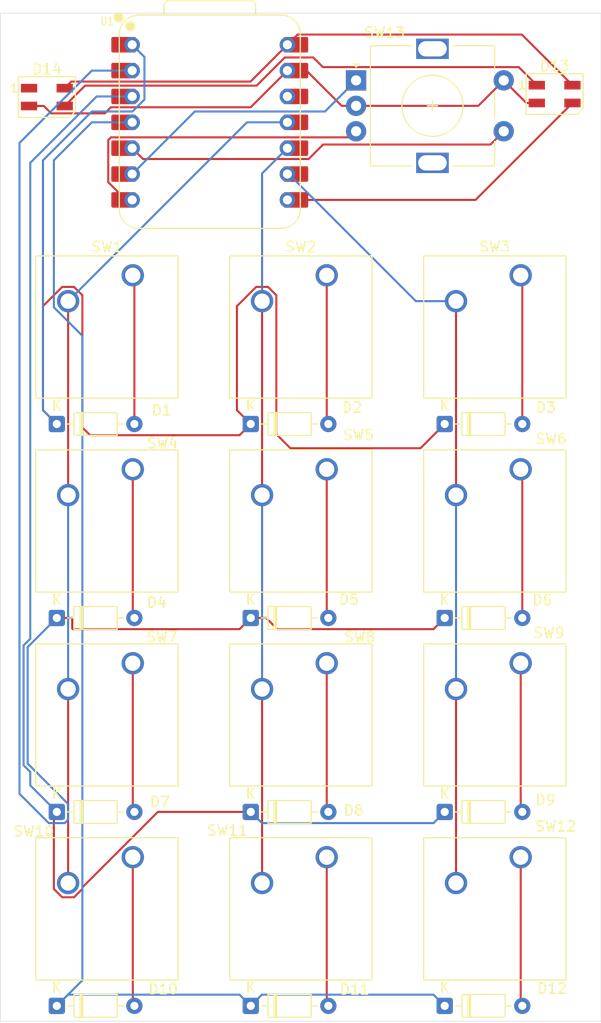
<source format=kicad_pcb>
(kicad_pcb (version 20241229) (generator "pcbnew") (generator_version "9.0")
  (layers (0 "F.Cu" signal) (2 "B.Cu" signal) (13 "F.Paste" user) (15 "B.Paste" user) (5 "F.SilkS" user "F.Silkscreen") (7 "B.SilkS" user "B.Silkscreen") (1 "F.Mask" user) (3 "B.Mask" user) (25 "Edge.Cuts" user))
  (net 0 "")
  (net 1 "Net-(D1-A)")
  (net 2 "ROW0")
  (net 3 "Net-(D2-A)")
  (net 4 "Net-(D3-A)")
  (net 5 "ROW1")
  (net 6 "Net-(D4-A)")
  (net 7 "Net-(D5-A)")
  (net 8 "Net-(D6-A)")
  (net 9 "ROW2")
  (net 10 "Net-(D7-A)")
  (net 11 "Net-(D8-A)")
  (net 12 "Net-(D9-A)")
  (net 13 "COL0")
  (net 14 "COL1")
  (net 15 "COL2")
  (net 16 "ROW3")
  (net 17 "Net-(D10-A)")
  (net 18 "Net-(D11-A)")
  (net 19 "Net-(D12-A)")
  (net 20 "Net-(D13-DOUT)")
  (net 21 "+5V")
  (net 22 "GND")
  (net 24 "LED")
  (net 26 "EC11C")
  (net 27 "EC11A")
  (net 28 "EC11B")
  (footprint "Diode_THT:D_DO-35_SOD27_P7.62mm_Horizontal" (layer "F.Cu") (at 212.455 134.35)
    (property "Reference" "D9" (at 9.895 -1.17 0) (layer "F.SilkS"))
    (property "Value" "1N4148")
    (fp_line (start 1.04 0) (end 1.69 0) (stroke (width 0.12)) (layer "F.SilkS"))
    (fp_line (start 2.29 -1.12) (end 2.29 1.12) (stroke (width 0.12)) (layer "F.SilkS"))
    (fp_line (start 2.41 -1.12) (end 2.41 1.12) (stroke (width 0.12)) (layer "F.SilkS"))
    (fp_line (start 2.53 -1.12) (end 2.53 1.12) (stroke (width 0.12)) (layer "F.SilkS"))
    (fp_line (start 6.58 0) (end 5.93 0) (stroke (width 0.12)) (layer "F.SilkS"))
    (fp_rect (start 1.69 -1.12) (end 5.93 1.12) (stroke (width 0.12)) (fill no) (layer "F.SilkS"))
    (fp_text user "K" (at 0 -1.8 0) (layer "F.SilkS"))
    (pad "1" thru_hole roundrect (at 0 0) (size 1.6 1.6) (drill 0.8) (layers "*.Cu" "*.Mask") (roundrect_rratio 0.15625) (net 9 "ROW2"))
    (pad "2" thru_hole circle (at 7.62 0) (size 1.6 1.6) (drill 0.8) (layers "*.Cu" "*.Mask") (net 12 "Net-(D9-A)"))
  )
  (footprint "Button_Switch_Keyboard:SW_Cherry_MX_1.00u_PCB" (layer "F.Cu") (at 181.81625 81.645)
    (property "Reference" "SW1" (at -2.54 -2.794 0) (layer "F.SilkS"))
    (property "Value" "SW_Push")
    (fp_line (start -9.525 -1.905) (end 4.445 -1.905) (stroke (width 0.12)) (layer "F.SilkS"))
    (fp_line (start -9.525 12.065) (end -9.525 -1.905) (stroke (width 0.12)) (layer "F.SilkS"))
    (fp_line (start 4.445 -1.905) (end 4.445 12.065) (stroke (width 0.12)) (layer "F.SilkS"))
    (fp_line (start 4.445 12.065) (end -9.525 12.065) (stroke (width 0.12)) (layer "F.SilkS"))
    (pad "" np_thru_hole circle (at -7.62 5.08) (size 1.7 1.7) (drill 1.7) (layers "*.Cu" "*.Mask"))
    (pad "" np_thru_hole circle (at -2.54 5.08) (size 4 4) (drill 4) (layers "*.Cu" "*.Mask"))
    (pad "" np_thru_hole circle (at 2.54 5.08) (size 1.7 1.7) (drill 1.7) (layers "*.Cu" "*.Mask"))
    (pad "1" thru_hole circle (at 0 0) (size 2.2 2.2) (drill 1.5) (layers "*.Cu" "*.Mask") (net 1 "Net-(D1-A)"))
    (pad "2" thru_hole circle (at -6.35 2.54) (size 2.2 2.2) (drill 1.5) (layers "*.Cu" "*.Mask") (net 13 "COL0"))
  )
  (footprint "Diode_THT:D_DO-35_SOD27_P7.62mm_Horizontal" (layer "F.Cu") (at 212.455 115.3)
    (property "Reference" "D6" (at 9.585 -1.75 0) (layer "F.SilkS"))
    (property "Value" "1N4148")
    (fp_line (start 1.04 0) (end 1.69 0) (stroke (width 0.12)) (layer "F.SilkS"))
    (fp_line (start 2.29 -1.12) (end 2.29 1.12) (stroke (width 0.12)) (layer "F.SilkS"))
    (fp_line (start 2.41 -1.12) (end 2.41 1.12) (stroke (width 0.12)) (layer "F.SilkS"))
    (fp_line (start 2.53 -1.12) (end 2.53 1.12) (stroke (width 0.12)) (layer "F.SilkS"))
    (fp_line (start 6.58 0) (end 5.93 0) (stroke (width 0.12)) (layer "F.SilkS"))
    (fp_rect (start 1.69 -1.12) (end 5.93 1.12) (stroke (width 0.12)) (fill no) (layer "F.SilkS"))
    (fp_text user "K" (at 0 -1.8 0) (layer "F.SilkS"))
    (pad "1" thru_hole roundrect (at 0 0) (size 1.6 1.6) (drill 0.8) (layers "*.Cu" "*.Mask") (roundrect_rratio 0.15625) (net 5 "ROW1"))
    (pad "2" thru_hole circle (at 7.62 0) (size 1.6 1.6) (drill 0.8) (layers "*.Cu" "*.Mask") (net 8 "Net-(D6-A)"))
  )
  (footprint "Diode_THT:D_DO-35_SOD27_P7.62mm_Horizontal" (layer "F.Cu") (at 174.355 153.4)
    (property "Reference" "D10" (at 10.445 -1.65 0) (layer "F.SilkS"))
    (property "Value" "1N4148")
    (fp_line (start 1.04 0) (end 1.69 0) (stroke (width 0.12)) (layer "F.SilkS"))
    (fp_line (start 2.29 -1.12) (end 2.29 1.12) (stroke (width 0.12)) (layer "F.SilkS"))
    (fp_line (start 2.41 -1.12) (end 2.41 1.12) (stroke (width 0.12)) (layer "F.SilkS"))
    (fp_line (start 2.53 -1.12) (end 2.53 1.12) (stroke (width 0.12)) (layer "F.SilkS"))
    (fp_line (start 6.58 0) (end 5.93 0) (stroke (width 0.12)) (layer "F.SilkS"))
    (fp_rect (start 1.69 -1.12) (end 5.93 1.12) (stroke (width 0.12)) (fill no) (layer "F.SilkS"))
    (fp_text user "K" (at 0 -1.8 0) (layer "F.SilkS"))
    (pad "1" thru_hole roundrect (at 0 0) (size 1.6 1.6) (drill 0.8) (layers "*.Cu" "*.Mask") (roundrect_rratio 0.15625) (net 16 "ROW3"))
    (pad "2" thru_hole circle (at 7.62 0) (size 1.6 1.6) (drill 0.8) (layers "*.Cu" "*.Mask") (net 17 "Net-(D10-A)"))
  )
  (footprint "Diode_THT:D_DO-35_SOD27_P7.62mm_Horizontal" (layer "F.Cu") (at 212.455 96.25)
    (property "Reference" "D3" (at 9.945 -1.61 0) (layer "F.SilkS"))
    (property "Value" "1N4148")
    (fp_line (start 1.04 0) (end 1.69 0) (stroke (width 0.12)) (layer "F.SilkS"))
    (fp_line (start 2.29 -1.12) (end 2.29 1.12) (stroke (width 0.12)) (layer "F.SilkS"))
    (fp_line (start 2.41 -1.12) (end 2.41 1.12) (stroke (width 0.12)) (layer "F.SilkS"))
    (fp_line (start 2.53 -1.12) (end 2.53 1.12) (stroke (width 0.12)) (layer "F.SilkS"))
    (fp_line (start 6.58 0) (end 5.93 0) (stroke (width 0.12)) (layer "F.SilkS"))
    (fp_rect (start 1.69 -1.12) (end 5.93 1.12) (stroke (width 0.12)) (fill no) (layer "F.SilkS"))
    (fp_text user "K" (at 0 -1.8 0) (layer "F.SilkS"))
    (pad "1" thru_hole roundrect (at 0 0) (size 1.6 1.6) (drill 0.8) (layers "*.Cu" "*.Mask") (roundrect_rratio 0.15625) (net 2 "ROW0"))
    (pad "2" thru_hole circle (at 7.62 0) (size 1.6 1.6) (drill 0.8) (layers "*.Cu" "*.Mask") (net 4 "Net-(D3-A)"))
  )
  (footprint "Diode_THT:D_DO-35_SOD27_P7.62mm_Horizontal" (layer "F.Cu") (at 174.355 96.25)
    (property "Reference" "D1" (at 10.295 -1.35 0) (layer "F.SilkS"))
    (property "Value" "1N4148")
    (fp_line (start 1.04 0) (end 1.69 0) (stroke (width 0.12)) (layer "F.SilkS"))
    (fp_line (start 2.29 -1.12) (end 2.29 1.12) (stroke (width 0.12)) (layer "F.SilkS"))
    (fp_line (start 2.41 -1.12) (end 2.41 1.12) (stroke (width 0.12)) (layer "F.SilkS"))
    (fp_line (start 2.53 -1.12) (end 2.53 1.12) (stroke (width 0.12)) (layer "F.SilkS"))
    (fp_line (start 6.58 0) (end 5.93 0) (stroke (width 0.12)) (layer "F.SilkS"))
    (fp_rect (start 1.69 -1.12) (end 5.93 1.12) (stroke (width 0.12)) (fill no) (layer "F.SilkS"))
    (fp_text user "K" (at 0 -1.8 0) (layer "F.SilkS"))
    (pad "1" thru_hole roundrect (at 0 0) (size 1.6 1.6) (drill 0.8) (layers "*.Cu" "*.Mask") (roundrect_rratio 0.15625) (net 2 "ROW0"))
    (pad "2" thru_hole circle (at 7.62 0) (size 1.6 1.6) (drill 0.8) (layers "*.Cu" "*.Mask") (net 1 "Net-(D1-A)"))
  )
  (footprint "Button_Switch_Keyboard:SW_Cherry_MX_1.00u_PCB" (layer "F.Cu") (at 181.81625 100.695)
    (property "Reference" "SW4" (at 2.92375 -2.555 0) (layer "F.SilkS"))
    (property "Value" "SW_Push")
    (fp_line (start -9.525 -1.905) (end 4.445 -1.905) (stroke (width 0.12)) (layer "F.SilkS"))
    (fp_line (start -9.525 12.065) (end -9.525 -1.905) (stroke (width 0.12)) (layer "F.SilkS"))
    (fp_line (start 4.445 -1.905) (end 4.445 12.065) (stroke (width 0.12)) (layer "F.SilkS"))
    (fp_line (start 4.445 12.065) (end -9.525 12.065) (stroke (width 0.12)) (layer "F.SilkS"))
    (pad "" np_thru_hole circle (at -7.62 5.08) (size 1.7 1.7) (drill 1.7) (layers "*.Cu" "*.Mask"))
    (pad "" np_thru_hole circle (at -2.54 5.08) (size 4 4) (drill 4) (layers "*.Cu" "*.Mask"))
    (pad "" np_thru_hole circle (at 2.54 5.08) (size 1.7 1.7) (drill 1.7) (layers "*.Cu" "*.Mask"))
    (pad "1" thru_hole circle (at 0 0) (size 2.2 2.2) (drill 1.5) (layers "*.Cu" "*.Mask") (net 6 "Net-(D4-A)"))
    (pad "2" thru_hole circle (at -6.35 2.54) (size 2.2 2.2) (drill 1.5) (layers "*.Cu" "*.Mask") (net 13 "COL0"))
  )
  (footprint "Button_Switch_Keyboard:SW_Cherry_MX_1.00u_PCB" (layer "F.Cu") (at 219.91625 81.645)
    (property "Reference" "SW3" (at -2.54 -2.794 0) (layer "F.SilkS"))
    (property "Value" "SW_Push")
    (fp_line (start -9.525 -1.905) (end 4.445 -1.905) (stroke (width 0.12)) (layer "F.SilkS"))
    (fp_line (start -9.525 12.065) (end -9.525 -1.905) (stroke (width 0.12)) (layer "F.SilkS"))
    (fp_line (start 4.445 -1.905) (end 4.445 12.065) (stroke (width 0.12)) (layer "F.SilkS"))
    (fp_line (start 4.445 12.065) (end -9.525 12.065) (stroke (width 0.12)) (layer "F.SilkS"))
    (pad "" np_thru_hole circle (at -7.62 5.08) (size 1.7 1.7) (drill 1.7) (layers "*.Cu" "*.Mask"))
    (pad "" np_thru_hole circle (at -2.54 5.08) (size 4 4) (drill 4) (layers "*.Cu" "*.Mask"))
    (pad "" np_thru_hole circle (at 2.54 5.08) (size 1.7 1.7) (drill 1.7) (layers "*.Cu" "*.Mask"))
    (pad "1" thru_hole circle (at 0 0) (size 2.2 2.2) (drill 1.5) (layers "*.Cu" "*.Mask") (net 4 "Net-(D3-A)"))
    (pad "2" thru_hole circle (at -6.35 2.54) (size 2.2 2.2) (drill 1.5) (layers "*.Cu" "*.Mask") (net 15 "COL2"))
  )
  (footprint "Diode_THT:D_DO-35_SOD27_P7.62mm_Horizontal" (layer "F.Cu") (at 174.355 115.3)
    (property "Reference" "D4" (at 9.815 -1.51 0) (layer "F.SilkS"))
    (property "Value" "1N4148")
    (fp_line (start 1.04 0) (end 1.69 0) (stroke (width 0.12)) (layer "F.SilkS"))
    (fp_line (start 2.29 -1.12) (end 2.29 1.12) (stroke (width 0.12)) (layer "F.SilkS"))
    (fp_line (start 2.41 -1.12) (end 2.41 1.12) (stroke (width 0.12)) (layer "F.SilkS"))
    (fp_line (start 2.53 -1.12) (end 2.53 1.12) (stroke (width 0.12)) (layer "F.SilkS"))
    (fp_line (start 6.58 0) (end 5.93 0) (stroke (width 0.12)) (layer "F.SilkS"))
    (fp_rect (start 1.69 -1.12) (end 5.93 1.12) (stroke (width 0.12)) (fill no) (layer "F.SilkS"))
    (fp_text user "K" (at 0 -1.8 0) (layer "F.SilkS"))
    (pad "1" thru_hole roundrect (at 0 0) (size 1.6 1.6) (drill 0.8) (layers "*.Cu" "*.Mask") (roundrect_rratio 0.15625) (net 5 "ROW1"))
    (pad "2" thru_hole circle (at 7.62 0) (size 1.6 1.6) (drill 0.8) (layers "*.Cu" "*.Mask") (net 6 "Net-(D4-A)"))
  )
  (footprint "Diode_THT:D_DO-35_SOD27_P7.62mm_Horizontal" (layer "F.Cu") (at 193.405 153.4)
    (property "Reference" "D11" (at 10.205 -1.62 0) (layer "F.SilkS"))
    (property "Value" "1N4148")
    (fp_line (start 1.04 0) (end 1.69 0) (stroke (width 0.12)) (layer "F.SilkS"))
    (fp_line (start 2.29 -1.12) (end 2.29 1.12) (stroke (width 0.12)) (layer "F.SilkS"))
    (fp_line (start 2.41 -1.12) (end 2.41 1.12) (stroke (width 0.12)) (layer "F.SilkS"))
    (fp_line (start 2.53 -1.12) (end 2.53 1.12) (stroke (width 0.12)) (layer "F.SilkS"))
    (fp_line (start 6.58 0) (end 5.93 0) (stroke (width 0.12)) (layer "F.SilkS"))
    (fp_rect (start 1.69 -1.12) (end 5.93 1.12) (stroke (width 0.12)) (fill no) (layer "F.SilkS"))
    (fp_text user "K" (at 0 -1.8 0) (layer "F.SilkS"))
    (pad "1" thru_hole roundrect (at 0 0) (size 1.6 1.6) (drill 0.8) (layers "*.Cu" "*.Mask") (roundrect_rratio 0.15625) (net 16 "ROW3"))
    (pad "2" thru_hole circle (at 7.62 0) (size 1.6 1.6) (drill 0.8) (layers "*.Cu" "*.Mask") (net 18 "Net-(D11-A)"))
  )
  (footprint "Button_Switch_Keyboard:SW_Cherry_MX_1.00u_PCB" (layer "F.Cu") (at 200.86625 100.695)
    (property "Reference" "SW5" (at 3.13375 -3.365 0) (layer "F.SilkS"))
    (property "Value" "SW_Push")
    (fp_line (start -9.525 -1.905) (end 4.445 -1.905) (stroke (width 0.12)) (layer "F.SilkS"))
    (fp_line (start -9.525 12.065) (end -9.525 -1.905) (stroke (width 0.12)) (layer "F.SilkS"))
    (fp_line (start 4.445 -1.905) (end 4.445 12.065) (stroke (width 0.12)) (layer "F.SilkS"))
    (fp_line (start 4.445 12.065) (end -9.525 12.065) (stroke (width 0.12)) (layer "F.SilkS"))
    (pad "" np_thru_hole circle (at -7.62 5.08) (size 1.7 1.7) (drill 1.7) (layers "*.Cu" "*.Mask"))
    (pad "" np_thru_hole circle (at -2.54 5.08) (size 4 4) (drill 4) (layers "*.Cu" "*.Mask"))
    (pad "" np_thru_hole circle (at 2.54 5.08) (size 1.7 1.7) (drill 1.7) (layers "*.Cu" "*.Mask"))
    (pad "1" thru_hole circle (at 0 0) (size 2.2 2.2) (drill 1.5) (layers "*.Cu" "*.Mask") (net 7 "Net-(D5-A)"))
    (pad "2" thru_hole circle (at -6.35 2.54) (size 2.2 2.2) (drill 1.5) (layers "*.Cu" "*.Mask") (net 14 "COL1"))
  )
  (footprint "Button_Switch_Keyboard:SW_Cherry_MX_1.00u_PCB" (layer "F.Cu") (at 200.86625 138.795)
    (property "Reference" "SW11" (at -9.75625 -2.615 0) (layer "F.SilkS"))
    (property "Value" "SW_Push")
    (fp_line (start -9.525 -1.905) (end 4.445 -1.905) (stroke (width 0.12)) (layer "F.SilkS"))
    (fp_line (start -9.525 12.065) (end -9.525 -1.905) (stroke (width 0.12)) (layer "F.SilkS"))
    (fp_line (start 4.445 -1.905) (end 4.445 12.065) (stroke (width 0.12)) (layer "F.SilkS"))
    (fp_line (start 4.445 12.065) (end -9.525 12.065) (stroke (width 0.12)) (layer "F.SilkS"))
    (pad "" np_thru_hole circle (at -7.62 5.08) (size 1.7 1.7) (drill 1.7) (layers "*.Cu" "*.Mask"))
    (pad "" np_thru_hole circle (at -2.54 5.08) (size 4 4) (drill 4) (layers "*.Cu" "*.Mask"))
    (pad "" np_thru_hole circle (at 2.54 5.08) (size 1.7 1.7) (drill 1.7) (layers "*.Cu" "*.Mask"))
    (pad "1" thru_hole circle (at 0 0) (size 2.2 2.2) (drill 1.5) (layers "*.Cu" "*.Mask") (net 18 "Net-(D11-A)"))
    (pad "2" thru_hole circle (at -6.35 2.54) (size 2.2 2.2) (drill 1.5) (layers "*.Cu" "*.Mask") (net 14 "COL1"))
  )
  (footprint "Button_Switch_Keyboard:SW_Cherry_MX_1.00u_PCB" (layer "F.Cu") (at 200.86625 81.645)
    (property "Reference" "SW2" (at -2.54 -2.794 0) (layer "F.SilkS"))
    (property "Value" "SW_Push")
    (fp_line (start -9.525 -1.905) (end 4.445 -1.905) (stroke (width 0.12)) (layer "F.SilkS"))
    (fp_line (start -9.525 12.065) (end -9.525 -1.905) (stroke (width 0.12)) (layer "F.SilkS"))
    (fp_line (start 4.445 -1.905) (end 4.445 12.065) (stroke (width 0.12)) (layer "F.SilkS"))
    (fp_line (start 4.445 12.065) (end -9.525 12.065) (stroke (width 0.12)) (layer "F.SilkS"))
    (pad "" np_thru_hole circle (at -7.62 5.08) (size 1.7 1.7) (drill 1.7) (layers "*.Cu" "*.Mask"))
    (pad "" np_thru_hole circle (at -2.54 5.08) (size 4 4) (drill 4) (layers "*.Cu" "*.Mask"))
    (pad "" np_thru_hole circle (at 2.54 5.08) (size 1.7 1.7) (drill 1.7) (layers "*.Cu" "*.Mask"))
    (pad "1" thru_hole circle (at 0 0) (size 2.2 2.2) (drill 1.5) (layers "*.Cu" "*.Mask") (net 3 "Net-(D2-A)"))
    (pad "2" thru_hole circle (at -6.35 2.54) (size 2.2 2.2) (drill 1.5) (layers "*.Cu" "*.Mask") (net 14 "COL1"))
  )
  (footprint "Rotary_Encoder:RotaryEncoder_Alps_EC11E-Switch_Vertical_H20mm" (layer "F.Cu") (at 203.75 62.5)
    (property "Reference" "SW13" (at 2.8 -4.7 0) (layer "F.SilkS"))
    (property "Value" "RotaryEncoder_Switch")
    (fp_line (start -0.3 -1.6) (end 0.3 -1.6) (stroke (width 0.12)) (layer "F.SilkS"))
    (fp_line (start 0 -1.3) (end -0.3 -1.6) (stroke (width 0.12)) (layer "F.SilkS"))
    (fp_line (start 0.3 -1.6) (end 0 -1.3) (stroke (width 0.12)) (layer "F.SilkS"))
    (fp_line (start 1.4 -3.4) (end 1.4 8.4) (stroke (width 0.12)) (layer "F.SilkS"))
    (fp_line (start 5.5 -3.4) (end 1.4 -3.4) (stroke (width 0.12)) (layer "F.SilkS"))
    (fp_line (start 5.5 8.4) (end 1.4 8.4) (stroke (width 0.12)) (layer "F.SilkS"))
    (fp_line (start 7 2.5) (end 8 2.5) (stroke (width 0.12)) (layer "F.SilkS"))
    (fp_line (start 7.5 2) (end 7.5 3) (stroke (width 0.12)) (layer "F.SilkS"))
    (fp_line (start 9.5 -3.4) (end 13.6 -3.4) (stroke (width 0.12)) (layer "F.SilkS"))
    (fp_line (start 13.6 -3.4) (end 13.6 -1) (stroke (width 0.12)) (layer "F.SilkS"))
    (fp_line (start 13.6 1.2) (end 13.6 3.8) (stroke (width 0.12)) (layer "F.SilkS"))
    (fp_line (start 13.6 6) (end 13.6 8.4) (stroke (width 0.12)) (layer "F.SilkS"))
    (fp_line (start 13.6 8.4) (end 9.5 8.4) (stroke (width 0.12)) (layer "F.SilkS"))
    (fp_circle (center 7.5 2.5) (end 10.5 2.5) (stroke (width 0.12)) (fill no) (layer "F.SilkS"))
    (pad "A" thru_hole rect (at 0 0) (size 2 2) (drill 1) (layers "*.Cu" "*.Mask") (net 27 "EC11A"))
    (pad "B" thru_hole circle (at 0 5) (size 2 2) (drill 1) (layers "*.Cu" "*.Mask") (net 28 "EC11B"))
    (pad "C" thru_hole circle (at 0 2.5) (size 2 2) (drill 1) (layers "*.Cu" "*.Mask") (net 22 "GND"))
    (pad "MP" thru_hole rect (at 7.5 -3.1) (size 3.2 2) (drill oval 2.8 1.5) (layers "*.Cu" "*.Mask"))
    (pad "MP" thru_hole rect (at 7.5 8.1) (size 3.2 2) (drill oval 2.8 1.5) (layers "*.Cu" "*.Mask"))
    (pad "S1" thru_hole circle (at 14.5 5) (size 2 2) (drill 1) (layers "*.Cu" "*.Mask") (net 26 "EC11C"))
    (pad "S2" thru_hole circle (at 14.5 0) (size 2 2) (drill 1) (layers "*.Cu" "*.Mask") (net 22 "GND"))
  )
  (footprint "LED_SMD:LED_SK6812MINI_PLCC4_3.5x3.5mm_P1.75mm" (layer "F.Cu") (at 223.25 63.845)
    (property "Reference" "D13" (at 0 -2.75 0) (layer "F.SilkS"))
    (property "Value" "SK6812MINI")
    (fp_line (start -2.8 -2) (end -2.8 2) (stroke (width 0.12)) (layer "F.SilkS"))
    (fp_line (start -2.8 -2) (end 2.8 -2) (stroke (width 0.12)) (layer "F.SilkS"))
    (fp_line (start -2.8 2) (end 2.2 2) (stroke (width 0.12)) (layer "F.SilkS"))
    (fp_line (start 2.8 1.4) (end 2.2 2) (stroke (width 0.12)) (layer "F.SilkS"))
    (fp_line (start 2.8 1.4) (end 2.8 -2) (stroke (width 0.12)) (layer "F.SilkS"))
    (fp_text user "1" (at -3.2 -0.875 0) (layer "F.SilkS") (effects (font (size 0.8 0.8))))
    (pad "1" smd rect (at -1.75 -0.875) (size 1.6 0.85) (layers "F.Cu" "F.Mask" "F.Paste") (net 20 "Net-(D13-DOUT)"))
    (pad "2" smd rect (at -1.75 0.875) (size 1.6 0.85) (layers "F.Cu" "F.Mask" "F.Paste") (net 22 "GND"))
    (pad "3" smd rect (at 1.75 0.875) (size 1.6 0.85) (layers "F.Cu" "F.Mask" "F.Paste") (net 24 "LED"))
    (pad "4" smd rect (at 1.75 -0.875) (size 1.6 0.85) (layers "F.Cu" "F.Mask" "F.Paste") (net 21 "+5V"))
  )
  (footprint "Seeed Studio XIAO Series Library:XIAO-RP2040-DIP" (layer "F.Cu") (at 189.38 66.62)
    (property "Reference" "U1" (at -10.08875 -9.9125 0) (layer "F.SilkS") (effects (font (size 0.8 0.635) (thickness 0.1016))))
    (property "Value" "XIAO-RP2040-DIP")
    (fp_line (start -8.89 8.509) (end -8.89 -8.636) (stroke (width 0.127)) (layer "F.SilkS"))
    (fp_line (start -6.985 10.414) (end 6.985 10.414) (stroke (width 0.127)) (layer "F.SilkS"))
    (fp_line (start -4.495 -10.541) (end -4.491272 -11.451272) (stroke (width 0.127)) (layer "F.SilkS"))
    (fp_line (start -3.991272 -11.951) (end 4.004 -11.951) (stroke (width 0.127)) (layer "F.SilkS"))
    (fp_line (start 4.504 -11.451) (end 4.504 -10.541) (stroke (width 0.127)) (layer "F.SilkS"))
    (fp_line (start 6.985 -10.541) (end -6.985 -10.541) (stroke (width 0.1)) (layer "F.SilkS"))
    (fp_line (start 6.985 -10.541) (end -6.985 -10.541) (stroke (width 0.127)) (layer "F.SilkS"))
    (fp_line (start 8.89 8.509) (end 8.89 -8.636) (stroke (width 0.127)) (layer "F.SilkS"))
    (fp_arc (start -8.89 -8.636) (mid -8.332038 -9.983038) (end -6.985 -10.541) (stroke (width 0.127)) (layer "F.SilkS"))
    (fp_arc (start -6.985 10.414) (mid -8.332038 9.856038) (end -8.89 8.509) (stroke (width 0.127)) (layer "F.SilkS"))
    (fp_arc (start -4.491272 -11.451272) (mid -4.344728 -11.80464) (end -3.991272 -11.951) (stroke (width 0.127)) (layer "F.SilkS"))
    (fp_arc (start 4.004 -11.951) (mid 4.357553 -11.804553) (end 4.504 -11.451) (stroke (width 0.127)) (layer "F.SilkS"))
    (fp_arc (start 6.985 -10.541) (mid 8.332038 -9.983038) (end 8.89 -8.636) (stroke (width 0.127)) (layer "F.SilkS"))
    (fp_arc (start 8.89 8.509) (mid 8.332038 9.856038) (end 6.985 10.414) (stroke (width 0.127)) (layer "F.SilkS"))
    (fp_circle (center -8.95 -10.3) (end -8.95 -10.554) (stroke (width 0.5)) (fill yes) (layer "F.SilkS"))
    (fp_circle (center -7.807 -9.42) (end -7.807 -9.674) (stroke (width 0.5)) (fill yes) (layer "F.SilkS"))
    (pad "1" smd roundrect (at -8.455 -7.62 180) (size 2.432 1.524) (layers "F.Cu" "F.Mask") (roundrect_rratio 0.1) (net 2 "ROW0"))
    (pad "1" thru_hole circle (at -7.62 -7.62 180) (size 1.524 1.524) (drill 0.889) (layers "*.Cu" "*.Mask") (net 2 "ROW0"))
    (pad "2" smd roundrect (at -8.455 -5.08 180) (size 2.432 1.524) (layers "F.Cu" "F.Mask") (roundrect_rratio 0.1) (net 5 "ROW1"))
    (pad "2" thru_hole circle (at -7.62 -5.08 180) (size 1.524 1.524) (drill 0.889) (layers "*.Cu" "*.Mask") (net 5 "ROW1"))
    (pad "3" smd roundrect (at -8.455 -2.54 180) (size 2.432 1.524) (layers "F.Cu" "F.Mask") (roundrect_rratio 0.1) (net 9 "ROW2"))
    (pad "3" thru_hole circle (at -7.62 -2.54 180) (size 1.524 1.524) (drill 0.889) (layers "*.Cu" "*.Mask") (net 9 "ROW2"))
    (pad "4" smd roundrect (at -8.455 0 180) (size 2.432 1.524) (layers "F.Cu" "F.Mask") (roundrect_rratio 0.1) (net 16 "ROW3"))
    (pad "4" thru_hole circle (at -7.62 0 180) (size 1.524 1.524) (drill 0.889) (layers "*.Cu" "*.Mask") (net 16 "ROW3"))
    (pad "5" smd roundrect (at -8.455 2.54 180) (size 2.432 1.524) (layers "F.Cu" "F.Mask") (roundrect_rratio 0.1) (net 26 "EC11C"))
    (pad "5" thru_hole circle (at -7.62 2.54 180) (size 1.524 1.524) (drill 0.889) (layers "*.Cu" "*.Mask") (net 26 "EC11C"))
    (pad "6" smd roundrect (at -8.455 5.08 180) (size 2.432 1.524) (layers "F.Cu" "F.Mask") (roundrect_rratio 0.1) (net 27 "EC11A"))
    (pad "6" thru_hole circle (at -7.62 5.08 180) (size 1.524 1.524) (drill 0.889) (layers "*.Cu" "*.Mask") (net 27 "EC11A"))
    (pad "7" smd roundrect (at -8.455 7.62 180) (size 2.432 1.524) (layers "F.Cu" "F.Mask") (roundrect_rratio 0.1) (net 28 "EC11B"))
    (pad "7" thru_hole circle (at -7.62 7.62 180) (size 1.524 1.524) (drill 0.889) (layers "*.Cu" "*.Mask") (net 28 "EC11B"))
    (pad "8" thru_hole circle (at 7.62 7.62) (size 1.524 1.524) (drill 0.889) (layers "*.Cu" "*.Mask") (net 24 "LED"))
    (pad "8" smd roundrect (at 8.455 7.62) (size 2.432 1.524) (layers "F.Cu" "F.Mask") (roundrect_rratio 0.1) (net 24 "LED"))
    (pad "9" thru_hole circle (at 7.62 5.08) (size 1.524 1.524) (drill 0.889) (layers "*.Cu" "*.Mask") (net 15 "COL2"))
    (pad "9" smd roundrect (at 8.455 5.08) (size 2.432 1.524) (layers "F.Cu" "F.Mask") (roundrect_rratio 0.1) (net 15 "COL2"))
    (pad "10" thru_hole circle (at 7.62 2.54) (size 1.524 1.524) (drill 0.889) (layers "*.Cu" "*.Mask") (net 14 "COL1"))
    (pad "10" smd roundrect (at 8.455 2.54) (size 2.432 1.524) (layers "F.Cu" "F.Mask") (roundrect_rratio 0.1) (net 14 "COL1"))
    (pad "11" thru_hole circle (at 7.62 0) (size 1.524 1.524) (drill 0.889) (layers "*.Cu" "*.Mask") (net 13 "COL0"))
    (pad "11" smd roundrect (at 8.455 0) (size 2.432 1.524) (layers "F.Cu" "F.Mask") (roundrect_rratio 0.1) (net 13 "COL0"))
    (pad "12" thru_hole circle (at 7.62 -2.54) (size 1.524 1.524) (drill 0.889) (layers "*.Cu" "*.Mask"))
    (pad "12" smd roundrect (at 8.455 -2.54) (size 2.432 1.524) (layers "F.Cu" "F.Mask") (roundrect_rratio 0.1))
    (pad "13" thru_hole circle (at 7.62 -5.08) (size 1.524 1.524) (drill 0.889) (layers "*.Cu" "*.Mask") (net 22 "GND"))
    (pad "13" smd roundrect (at 8.455 -5.08) (size 2.432 1.524) (layers "F.Cu" "F.Mask") (roundrect_rratio 0.1) (net 22 "GND"))
    (pad "14" thru_hole circle (at 7.62 -7.62) (size 1.524 1.524) (drill 0.889) (layers "*.Cu" "*.Mask") (net 21 "+5V"))
    (pad "14" smd roundrect (at 8.455 -7.62) (size 2.432 1.524) (layers "F.Cu" "F.Mask") (roundrect_rratio 0.1) (net 21 "+5V"))
  )
  (footprint "Button_Switch_Keyboard:SW_Cherry_MX_1.00u_PCB" (layer "F.Cu") (at 200.86625 119.745)
    (property "Reference" "SW8" (at 3.24375 -2.575 0) (layer "F.SilkS"))
    (property "Value" "SW_Push")
    (fp_line (start -9.525 -1.905) (end 4.445 -1.905) (stroke (width 0.12)) (layer "F.SilkS"))
    (fp_line (start -9.525 12.065) (end -9.525 -1.905) (stroke (width 0.12)) (layer "F.SilkS"))
    (fp_line (start 4.445 -1.905) (end 4.445 12.065) (stroke (width 0.12)) (layer "F.SilkS"))
    (fp_line (start 4.445 12.065) (end -9.525 12.065) (stroke (width 0.12)) (layer "F.SilkS"))
    (pad "" np_thru_hole circle (at -7.62 5.08) (size 1.7 1.7) (drill 1.7) (layers "*.Cu" "*.Mask"))
    (pad "" np_thru_hole circle (at -2.54 5.08) (size 4 4) (drill 4) (layers "*.Cu" "*.Mask"))
    (pad "" np_thru_hole circle (at 2.54 5.08) (size 1.7 1.7) (drill 1.7) (layers "*.Cu" "*.Mask"))
    (pad "1" thru_hole circle (at 0 0) (size 2.2 2.2) (drill 1.5) (layers "*.Cu" "*.Mask") (net 11 "Net-(D8-A)"))
    (pad "2" thru_hole circle (at -6.35 2.54) (size 2.2 2.2) (drill 1.5) (layers "*.Cu" "*.Mask") (net 14 "COL1"))
  )
  (footprint "Button_Switch_Keyboard:SW_Cherry_MX_1.00u_PCB" (layer "F.Cu") (at 181.81625 138.795)
    (property "Reference" "SW10" (at -9.71625 -2.535 0) (layer "F.SilkS"))
    (property "Value" "SW_Push")
    (fp_line (start -9.525 -1.905) (end 4.445 -1.905) (stroke (width 0.12)) (layer "F.SilkS"))
    (fp_line (start -9.525 12.065) (end -9.525 -1.905) (stroke (width 0.12)) (layer "F.SilkS"))
    (fp_line (start 4.445 -1.905) (end 4.445 12.065) (stroke (width 0.12)) (layer "F.SilkS"))
    (fp_line (start 4.445 12.065) (end -9.525 12.065) (stroke (width 0.12)) (layer "F.SilkS"))
    (pad "" np_thru_hole circle (at -7.62 5.08) (size 1.7 1.7) (drill 1.7) (layers "*.Cu" "*.Mask"))
    (pad "" np_thru_hole circle (at -2.54 5.08) (size 4 4) (drill 4) (layers "*.Cu" "*.Mask"))
    (pad "" np_thru_hole circle (at 2.54 5.08) (size 1.7 1.7) (drill 1.7) (layers "*.Cu" "*.Mask"))
    (pad "1" thru_hole circle (at 0 0) (size 2.2 2.2) (drill 1.5) (layers "*.Cu" "*.Mask") (net 17 "Net-(D10-A)"))
    (pad "2" thru_hole circle (at -6.35 2.54) (size 2.2 2.2) (drill 1.5) (layers "*.Cu" "*.Mask") (net 13 "COL0"))
  )
  (footprint "Diode_THT:D_DO-35_SOD27_P7.62mm_Horizontal" (layer "F.Cu") (at 212.455 153.4)
    (property "Reference" "D12" (at 10.535 -1.7 0) (layer "F.SilkS"))
    (property "Value" "1N4148")
    (fp_line (start 1.04 0) (end 1.69 0) (stroke (width 0.12)) (layer "F.SilkS"))
    (fp_line (start 2.29 -1.12) (end 2.29 1.12) (stroke (width 0.12)) (layer "F.SilkS"))
    (fp_line (start 2.41 -1.12) (end 2.41 1.12) (stroke (width 0.12)) (layer "F.SilkS"))
    (fp_line (start 2.53 -1.12) (end 2.53 1.12) (stroke (width 0.12)) (layer "F.SilkS"))
    (fp_line (start 6.58 0) (end 5.93 0) (stroke (width 0.12)) (layer "F.SilkS"))
    (fp_rect (start 1.69 -1.12) (end 5.93 1.12) (stroke (width 0.12)) (fill no) (layer "F.SilkS"))
    (fp_text user "K" (at 0 -1.8 0) (layer "F.SilkS"))
    (pad "1" thru_hole roundrect (at 0 0) (size 1.6 1.6) (drill 0.8) (layers "*.Cu" "*.Mask") (roundrect_rratio 0.15625) (net 16 "ROW3"))
    (pad "2" thru_hole circle (at 7.62 0) (size 1.6 1.6) (drill 0.8) (layers "*.Cu" "*.Mask") (net 19 "Net-(D12-A)"))
  )
  (footprint "Button_Switch_Keyboard:SW_Cherry_MX_1.00u_PCB" (layer "F.Cu") (at 219.91625 100.695)
    (property "Reference" "SW6" (at 3.00375 -2.975 0) (layer "F.SilkS"))
    (property "Value" "SW_Push")
    (fp_line (start -9.525 -1.905) (end 4.445 -1.905) (stroke (width 0.12)) (layer "F.SilkS"))
    (fp_line (start -9.525 12.065) (end -9.525 -1.905) (stroke (width 0.12)) (layer "F.SilkS"))
    (fp_line (start 4.445 -1.905) (end 4.445 12.065) (stroke (width 0.12)) (layer "F.SilkS"))
    (fp_line (start 4.445 12.065) (end -9.525 12.065) (stroke (width 0.12)) (layer "F.SilkS"))
    (pad "" np_thru_hole circle (at -7.62 5.08) (size 1.7 1.7) (drill 1.7) (layers "*.Cu" "*.Mask"))
    (pad "" np_thru_hole circle (at -2.54 5.08) (size 4 4) (drill 4) (layers "*.Cu" "*.Mask"))
    (pad "" np_thru_hole circle (at 2.54 5.08) (size 1.7 1.7) (drill 1.7) (layers "*.Cu" "*.Mask"))
    (pad "1" thru_hole circle (at 0 0) (size 2.2 2.2) (drill 1.5) (layers "*.Cu" "*.Mask") (net 8 "Net-(D6-A)"))
    (pad "2" thru_hole circle (at -6.35 2.54) (size 2.2 2.2) (drill 1.5) (layers "*.Cu" "*.Mask") (net 15 "COL2"))
  )
  (footprint "Diode_THT:D_DO-35_SOD27_P7.62mm_Horizontal" (layer "F.Cu") (at 193.405 115.3)
    (property "Reference" "D5" (at 9.645 -1.8 0) (layer "F.SilkS"))
    (property "Value" "1N4148")
    (fp_line (start 1.04 0) (end 1.69 0) (stroke (width 0.12)) (layer "F.SilkS"))
    (fp_line (start 2.29 -1.12) (end 2.29 1.12) (stroke (width 0.12)) (layer "F.SilkS"))
    (fp_line (start 2.41 -1.12) (end 2.41 1.12) (stroke (width 0.12)) (layer "F.SilkS"))
    (fp_line (start 2.53 -1.12) (end 2.53 1.12) (stroke (width 0.12)) (layer "F.SilkS"))
    (fp_line (start 6.58 0) (end 5.93 0) (stroke (width 0.12)) (layer "F.SilkS"))
    (fp_rect (start 1.69 -1.12) (end 5.93 1.12) (stroke (width 0.12)) (fill no) (layer "F.SilkS"))
    (fp_text user "K" (at 0 -1.8 0) (layer "F.SilkS"))
    (pad "1" thru_hole roundrect (at 0 0) (size 1.6 1.6) (drill 0.8) (layers "*.Cu" "*.Mask") (roundrect_rratio 0.15625) (net 5 "ROW1"))
    (pad "2" thru_hole circle (at 7.62 0) (size 1.6 1.6) (drill 0.8) (layers "*.Cu" "*.Mask") (net 7 "Net-(D5-A)"))
  )
  (footprint "LED_SMD:LED_SK6812MINI_PLCC4_3.5x3.5mm_P1.75mm" (layer "F.Cu") (at 173.38 64.14)
    (property "Reference" "D14" (at 0 -2.75 0) (layer "F.SilkS"))
    (property "Value" "SK6812MINI")
    (fp_line (start -2.8 -2) (end -2.8 2) (stroke (width 0.12)) (layer "F.SilkS"))
    (fp_line (start -2.8 -2) (end 2.8 -2) (stroke (width 0.12)) (layer "F.SilkS"))
    (fp_line (start -2.8 2) (end 2.2 2) (stroke (width 0.12)) (layer "F.SilkS"))
    (fp_line (start 2.8 1.4) (end 2.2 2) (stroke (width 0.12)) (layer "F.SilkS"))
    (fp_line (start 2.8 1.4) (end 2.8 -2) (stroke (width 0.12)) (layer "F.SilkS"))
    (fp_text user "1" (at -3.2 -0.875 0) (layer "F.SilkS") (effects (font (size 0.8 0.8))))
    (pad "1" smd rect (at -1.75 -0.875) (size 1.6 0.85) (layers "F.Cu" "F.Mask" "F.Paste"))
    (pad "2" smd rect (at -1.75 0.875) (size 1.6 0.85) (layers "F.Cu" "F.Mask" "F.Paste") (net 22 "GND"))
    (pad "3" smd rect (at 1.75 0.875) (size 1.6 0.85) (layers "F.Cu" "F.Mask" "F.Paste") (net 20 "Net-(D13-DOUT)"))
    (pad "4" smd rect (at 1.75 -0.875) (size 1.6 0.85) (layers "F.Cu" "F.Mask" "F.Paste") (net 21 "+5V"))
  )
  (footprint "Button_Switch_Keyboard:SW_Cherry_MX_1.00u_PCB" (layer "F.Cu") (at 181.81625 119.745)
    (property "Reference" "SW7" (at 2.85375 -2.575 0) (layer "F.SilkS"))
    (property "Value" "SW_Push")
    (fp_line (start -9.525 -1.905) (end 4.445 -1.905) (stroke (width 0.12)) (layer "F.SilkS"))
    (fp_line (start -9.525 12.065) (end -9.525 -1.905) (stroke (width 0.12)) (layer "F.SilkS"))
    (fp_line (start 4.445 -1.905) (end 4.445 12.065) (stroke (width 0.12)) (layer "F.SilkS"))
    (fp_line (start 4.445 12.065) (end -9.525 12.065) (stroke (width 0.12)) (layer "F.SilkS"))
    (pad "" np_thru_hole circle (at -7.62 5.08) (size 1.7 1.7) (drill 1.7) (layers "*.Cu" "*.Mask"))
    (pad "" np_thru_hole circle (at -2.54 5.08) (size 4 4) (drill 4) (layers "*.Cu" "*.Mask"))
    (pad "" np_thru_hole circle (at 2.54 5.08) (size 1.7 1.7) (drill 1.7) (layers "*.Cu" "*.Mask"))
    (pad "1" thru_hole circle (at 0 0) (size 2.2 2.2) (drill 1.5) (layers "*.Cu" "*.Mask") (net 10 "Net-(D7-A)"))
    (pad "2" thru_hole circle (at -6.35 2.54) (size 2.2 2.2) (drill 1.5) (layers "*.Cu" "*.Mask") (net 13 "COL0"))
  )
  (footprint "Diode_THT:D_DO-35_SOD27_P7.62mm_Horizontal" (layer "F.Cu") (at 193.405 134.35)
    (property "Reference" "D8" (at 10.105 -0.14 0) (layer "F.SilkS"))
    (property "Value" "1N4148")
    (fp_line (start 1.04 0) (end 1.69 0) (stroke (width 0.12)) (layer "F.SilkS"))
    (fp_line (start 2.29 -1.12) (end 2.29 1.12) (stroke (width 0.12)) (layer "F.SilkS"))
    (fp_line (start 2.41 -1.12) (end 2.41 1.12) (stroke (width 0.12)) (layer "F.SilkS"))
    (fp_line (start 2.53 -1.12) (end 2.53 1.12) (stroke (width 0.12)) (layer "F.SilkS"))
    (fp_line (start 6.58 0) (end 5.93 0) (stroke (width 0.12)) (layer "F.SilkS"))
    (fp_rect (start 1.69 -1.12) (end 5.93 1.12) (stroke (width 0.12)) (fill no) (layer "F.SilkS"))
    (fp_text user "K" (at 0 -1.8 0) (layer "F.SilkS"))
    (pad "1" thru_hole roundrect (at 0 0) (size 1.6 1.6) (drill 0.8) (layers "*.Cu" "*.Mask") (roundrect_rratio 0.15625) (net 9 "ROW2"))
    (pad "2" thru_hole circle (at 7.62 0) (size 1.6 1.6) (drill 0.8) (layers "*.Cu" "*.Mask") (net 11 "Net-(D8-A)"))
  )
  (footprint "Diode_THT:D_DO-35_SOD27_P7.62mm_Horizontal" (layer "F.Cu") (at 193.405 96.25)
    (property "Reference" "D2" (at 9.955 -1.61 0) (layer "F.SilkS"))
    (property "Value" "1N4148")
    (fp_line (start 1.04 0) (end 1.69 0) (stroke (width 0.12)) (layer "F.SilkS"))
    (fp_line (start 2.29 -1.12) (end 2.29 1.12) (stroke (width 0.12)) (layer "F.SilkS"))
    (fp_line (start 2.41 -1.12) (end 2.41 1.12) (stroke (width 0.12)) (layer "F.SilkS"))
    (fp_line (start 2.53 -1.12) (end 2.53 1.12) (stroke (width 0.12)) (layer "F.SilkS"))
    (fp_line (start 6.58 0) (end 5.93 0) (stroke (width 0.12)) (layer "F.SilkS"))
    (fp_rect (start 1.69 -1.12) (end 5.93 1.12) (stroke (width 0.12)) (fill no) (layer "F.SilkS"))
    (fp_text user "K" (at 0 -1.8 0) (layer "F.SilkS"))
    (pad "1" thru_hole roundrect (at 0 0) (size 1.6 1.6) (drill 0.8) (layers "*.Cu" "*.Mask") (roundrect_rratio 0.15625) (net 2 "ROW0"))
    (pad "2" thru_hole circle (at 7.62 0) (size 1.6 1.6) (drill 0.8) (layers "*.Cu" "*.Mask") (net 3 "Net-(D2-A)"))
  )
  (footprint "Button_Switch_Keyboard:SW_Cherry_MX_1.00u_PCB" (layer "F.Cu") (at 219.91625 119.745)
    (property "Reference" "SW9" (at 2.77375 -2.985 0) (layer "F.SilkS"))
    (property "Value" "SW_Push")
    (fp_line (start -9.525 -1.905) (end 4.445 -1.905) (stroke (width 0.12)) (layer "F.SilkS"))
    (fp_line (start -9.525 12.065) (end -9.525 -1.905) (stroke (width 0.12)) (layer "F.SilkS"))
    (fp_line (start 4.445 -1.905) (end 4.445 12.065) (stroke (width 0.12)) (layer "F.SilkS"))
    (fp_line (start 4.445 12.065) (end -9.525 12.065) (stroke (width 0.12)) (layer "F.SilkS"))
    (pad "" np_thru_hole circle (at -7.62 5.08) (size 1.7 1.7) (drill 1.7) (layers "*.Cu" "*.Mask"))
    (pad "" np_thru_hole circle (at -2.54 5.08) (size 4 4) (drill 4) (layers "*.Cu" "*.Mask"))
    (pad "" np_thru_hole circle (at 2.54 5.08) (size 1.7 1.7) (drill 1.7) (layers "*.Cu" "*.Mask"))
    (pad "1" thru_hole circle (at 0 0) (size 2.2 2.2) (drill 1.5) (layers "*.Cu" "*.Mask") (net 12 "Net-(D9-A)"))
    (pad "2" thru_hole circle (at -6.35 2.54) (size 2.2 2.2) (drill 1.5) (layers "*.Cu" "*.Mask") (net 15 "COL2"))
  )
  (footprint "Button_Switch_Keyboard:SW_Cherry_MX_1.00u_PCB" (layer "F.Cu") (at 219.91625 138.795)
    (property "Reference" "SW12" (at 3.43375 -3.025 0) (layer "F.SilkS"))
    (property "Value" "SW_Push")
    (fp_line (start -9.525 -1.905) (end 4.445 -1.905) (stroke (width 0.12)) (layer "F.SilkS"))
    (fp_line (start -9.525 12.065) (end -9.525 -1.905) (stroke (width 0.12)) (layer "F.SilkS"))
    (fp_line (start 4.445 -1.905) (end 4.445 12.065) (stroke (width 0.12)) (layer "F.SilkS"))
    (fp_line (start 4.445 12.065) (end -9.525 12.065) (stroke (width 0.12)) (layer "F.SilkS"))
    (pad "" np_thru_hole circle (at -7.62 5.08) (size 1.7 1.7) (drill 1.7) (layers "*.Cu" "*.Mask"))
    (pad "" np_thru_hole circle (at -2.54 5.08) (size 4 4) (drill 4) (layers "*.Cu" "*.Mask"))
    (pad "" np_thru_hole circle (at 2.54 5.08) (size 1.7 1.7) (drill 1.7) (layers "*.Cu" "*.Mask"))
    (pad "1" thru_hole circle (at 0 0) (size 2.2 2.2) (drill 1.5) (layers "*.Cu" "*.Mask") (net 19 "Net-(D12-A)"))
    (pad "2" thru_hole circle (at -6.35 2.54) (size 2.2 2.2) (drill 1.5) (layers "*.Cu" "*.Mask") (net 15 "COL2"))
  )
  (footprint "Diode_THT:D_DO-35_SOD27_P7.62mm_Horizontal" (layer "F.Cu") (at 174.355 134.35)
    (property "Reference" "D7" (at 10.115 -0.99 0) (layer "F.SilkS"))
    (property "Value" "1N4148")
    (fp_line (start 1.04 0) (end 1.69 0) (stroke (width 0.12)) (layer "F.SilkS"))
    (fp_line (start 2.29 -1.12) (end 2.29 1.12) (stroke (width 0.12)) (layer "F.SilkS"))
    (fp_line (start 2.41 -1.12) (end 2.41 1.12) (stroke (width 0.12)) (layer "F.SilkS"))
    (fp_line (start 2.53 -1.12) (end 2.53 1.12) (stroke (width 0.12)) (layer "F.SilkS"))
    (fp_line (start 6.58 0) (end 5.93 0) (stroke (width 0.12)) (layer "F.SilkS"))
    (fp_rect (start 1.69 -1.12) (end 5.93 1.12) (stroke (width 0.12)) (fill no) (layer "F.SilkS"))
    (fp_text user "K" (at 0 -1.8 0) (layer "F.SilkS"))
    (pad "1" thru_hole roundrect (at 0 0) (size 1.6 1.6) (drill 0.8) (layers "*.Cu" "*.Mask") (roundrect_rratio 0.15625) (net 9 "ROW2"))
    (pad "2" thru_hole circle (at 7.62 0) (size 1.6 1.6) (drill 0.8) (layers "*.Cu" "*.Mask") (net 10 "Net-(D7-A)"))
  )
  (gr_rect (start 168.8 55.9) (end 227.8 154.9) (stroke (width 0.05)) (fill no) (layer "Edge.Cuts"))
  (segment (start 181.81625 81.80375) (end 181.975 81.9625) (width 0.2) (layer "F.Cu") (net 1))
  (segment (start 181.81625 81.645) (end 181.81625 81.80375) (width 0.2) (layer "F.Cu") (net 1))
  (segment (start 181.975 81.9625) (end 181.975 96.25) (width 0.2) (layer "F.Cu") (net 1))
  (segment (start 176.046564 82.784) (end 174.885936 82.784) (width 0.2) (layer "F.Cu") (net 2))
  (segment (start 172.99525 94.89025) (end 174.355 96.25) (width 0.2) (layer "F.Cu") (net 2))
  (segment (start 192.304 97.351) (end 177.623 97.351) (width 0.2) (layer "F.Cu") (net 2))
  (segment (start 197.2985 98.63125) (end 195.91725 97.25) (width 0.2) (layer "F.Cu") (net 2))
  (segment (start 210.07375 98.63125) (end 197.2985 98.63125) (width 0.2) (layer "F.Cu") (net 2))
  (segment (start 193.935936 82.784) (end 192.04525 84.674686) (width 0.2) (layer "F.Cu") (net 2))
  (segment (start 192.04525 84.674686) (end 192.04525 94.89025) (width 0.2) (layer "F.Cu") (net 2))
  (segment (start 195.91725 97.25) (end 195.91725 83.604686) (width 0.2) (layer "F.Cu") (net 2))
  (segment (start 177.623 97.351) (end 176.86725 96.59525) (width 0.2) (layer "F.Cu") (net 2))
  (segment (start 176.86725 96.59525) (end 176.86725 83.604686) (width 0.2) (layer "F.Cu") (net 2))
  (segment (start 195.91725 83.604686) (end 195.096564 82.784) (width 0.2) (layer "F.Cu") (net 2))
  (segment (start 192.04525 94.89025) (end 193.405 96.25) (width 0.2) (layer "F.Cu") (net 2))
  (segment (start 174.885936 82.784) (end 172.99525 84.674686) (width 0.2) (layer "F.Cu") (net 2))
  (segment (start 193.405 96.25) (end 192.304 97.351) (width 0.2) (layer "F.Cu") (net 2))
  (segment (start 195.096564 82.784) (end 193.935936 82.784) (width 0.2) (layer "F.Cu") (net 2))
  (segment (start 176.86725 83.604686) (end 176.046564 82.784) (width 0.2) (layer "F.Cu") (net 2))
  (segment (start 212.455 96.25) (end 210.07375 98.63125) (width 0.2) (layer "F.Cu") (net 2))
  (segment (start 172.99525 84.674686) (end 172.99525 94.89025) (width 0.2) (layer "F.Cu") (net 2))
  (segment (start 172.99525 70.35475) (end 177.793 65.557) (width 0.2) (layer "B.Cu") (net 2))
  (segment (start 172.99525 94.89025) (end 172.99525 70.35475) (width 0.2) (layer "B.Cu") (net 2))
  (segment (start 182.96275 64.38056) (end 182.96275 60.20275) (width 0.2) (layer "B.Cu") (net 2))
  (segment (start 177.793 65.557) (end 181.78631 65.557) (width 0.2) (layer "B.Cu") (net 2))
  (segment (start 174.355 96.25) (end 172.99525 94.89025) (width 0.2) (layer "B.Cu") (net 2))
  (segment (start 181.78631 65.557) (end 182.96275 64.38056) (width 0.2) (layer "B.Cu") (net 2))
  (segment (start 182.96275 60.20275) (end 181.76 59) (width 0.2) (layer "B.Cu") (net 2))
  (segment (start 200.86625 96.09125) (end 201.025 96.25) (width 0.2) (layer "F.Cu") (net 3))
  (segment (start 200.86625 81.645) (end 200.86625 96.09125) (width 0.2) (layer "F.Cu") (net 3))
  (segment (start 220.075 96.25) (end 220.075 81.80375) (width 0.2) (layer "F.Cu") (net 4))
  (segment (start 220.075 81.80375) (end 219.91625 81.645) (width 0.2) (layer "F.Cu") (net 4))
  (segment (start 193.405 115.3) (end 192.304 116.401) (width 0.2) (layer "F.Cu") (net 5))
  (segment (start 212.455 115.3) (end 211.354 116.401) (width 0.2) (layer "F.Cu") (net 5))
  (segment (start 196.01825 116.401) (end 194.91725 115.3) (width 0.2) (layer "F.Cu") (net 5))
  (segment (start 175.86725 115.3) (end 174.355 115.3) (width 0.2) (layer "F.Cu") (net 5))
  (segment (start 194.91725 115.3) (end 193.405 115.3) (width 0.2) (layer "F.Cu") (net 5))
  (segment (start 175.86725 116.336) (end 175.86725 115.3) (width 0.2) (layer "F.Cu") (net 5))
  (segment (start 211.354 116.401) (end 196.01825 116.401) (width 0.2) (layer "F.Cu") (net 5))
  (segment (start 175.93225 116.401) (end 175.86725 116.336) (width 0.2) (layer "F.Cu") (net 5))
  (segment (start 192.304 116.401) (end 175.93225 116.401) (width 0.2) (layer "F.Cu") (net 5))
  (segment (start 175.14016 135.451) (end 175.456 135.13516) (width 0.2) (layer "B.Cu") (net 5))
  (segment (start 175.456 133.56484) (end 171.491 129.59984) (width 0.2) (layer "B.Cu") (net 5))
  (segment (start 175.456 135.13516) (end 175.456 133.56484) (width 0.2) (layer "B.Cu") (net 5))
  (segment (start 170.689 68.64225) (end 170.689 132.57016) (width 0.2) (layer "B.Cu") (net 5))
  (segment (start 170.689 132.57016) (end 173.56984 135.451) (width 0.2) (layer "B.Cu") (net 5))
  (segment (start 173.56984 135.451) (end 175.14016 135.451) (width 0.2) (layer "B.Cu") (net 5))
  (segment (start 171.491 118.164) (end 174.355 115.3) (width 0.2) (layer "B.Cu") (net 5))
  (segment (start 181.93906 61.4355) (end 181.00285 61.4355) (width 0.2) (layer "B.Cu") (net 5))
  (segment (start 170.689 68.64225) (end 177.79125 61.54) (width 0.2) (layer "B.Cu") (net 5))
  (segment (start 171.491 129.59984) (end 171.491 118.164) (width 0.2) (layer "B.Cu") (net 5))
  (segment (start 177.79125 61.54) (end 181.76 61.54) (width 0.2) (layer "B.Cu") (net 5))
  (segment (start 181.81625 115.14125) (end 181.975 115.3) (width 0.2) (layer "F.Cu") (net 6))
  (segment (start 181.81625 100.695) (end 181.81625 115.14125) (width 0.2) (layer "F.Cu") (net 6))
  (segment (start 200.86625 100.695) (end 200.86625 115.14125) (width 0.2) (layer "F.Cu") (net 7))
  (segment (start 200.86625 115.14125) (end 201.025 115.3) (width 0.2) (layer "F.Cu") (net 7))
  (segment (start 220.075 100.85375) (end 219.91625 100.695) (width 0.2) (layer "F.Cu") (net 8))
  (segment (start 220.075 115.3) (end 220.075 100.85375) (width 0.2) (layer "F.Cu") (net 8))
  (segment (start 174.355 134.35) (end 174.06525 134.63975) (width 0.2) (layer "F.Cu") (net 9))
  (segment (start 184.279936 134.35) (end 193.405 134.35) (width 0.2) (layer "F.Cu") (net 9))
  (segment (start 176.86725 141.762686) (end 184.279936 134.35) (width 0.2) (layer "F.Cu") (net 9))
  (segment (start 176.86725 141.915314) (end 176.86725 141.762686) (width 0.2) (layer "F.Cu") (net 9))
  (segment (start 193.11525 134.63975) (end 193.405 134.35) (width 0.2) (layer "F.Cu") (net 9))
  (segment (start 174.06525 141.915314) (end 174.885936 142.736) (width 0.2) (layer "F.Cu") (net 9))
  (segment (start 174.06525 134.63975) (end 174.06525 141.915314) (width 0.2) (layer "F.Cu") (net 9))
  (segment (start 174.885936 142.736) (end 176.046564 142.736) (width 0.2) (layer "F.Cu") (net 9))
  (segment (start 176.046564 142.736) (end 176.86725 141.915314) (width 0.2) (layer "F.Cu") (net 9))
  (segment (start 171.09 117.9979) (end 171.09 129.76594) (width 0.2) (layer "B.Cu") (net 9))
  (segment (start 171.75 130.42594) (end 171.75 131.745) (width 0.2) (layer "B.Cu") (net 9))
  (segment (start 211.354 135.451) (end 212.455 134.35) (width 0.2) (layer "B.Cu") (net 9))
  (segment (start 171.09 129.76594) (end 171.75 130.42594) (width 0.2) (layer "B.Cu") (net 9))
  (segment (start 194.506 135.451) (end 211.354 135.451) (width 0.2) (layer "B.Cu") (net 9))
  (segment (start 171.75 117.3379) (end 171.09 117.9979) (width 0.2) (layer "B.Cu") (net 9))
  (segment (start 171.75 70.6) (end 171.75 117.3379) (width 0.2) (layer "B.Cu") (net 9))
  (segment (start 171.75 131.745) (end 174.355 134.35) (width 0.2) (layer "B.Cu") (net 9))
  (segment (start 193.405 134.35) (end 194.506 135.451) (width 0.2) (layer "B.Cu") (net 9))
  (segment (start 181.76 64.08) (end 178.27 64.08) (width 0.2) (layer "B.Cu") (net 9))
  (segment (start 178.27 64.08) (end 171.75 70.6) (width 0.2) (layer "B.Cu") (net 9))
  (segment (start 181.81625 119.745) (end 181.81625 134.19125) (width 0.2) (layer "F.Cu") (net 10))
  (segment (start 181.81625 134.19125) (end 181.975 134.35) (width 0.2) (layer "F.Cu") (net 10))
  (segment (start 200.86625 119.745) (end 200.86625 134.19125) (width 0.2) (layer "F.Cu") (net 11))
  (segment (start 200.86625 134.19125) (end 201.025 134.35) (width 0.2) (layer "F.Cu") (net 11))
  (segment (start 219.91625 119.745) (end 219.91625 134.19125) (width 0.2) (layer "F.Cu") (net 12))
  (segment (start 219.91625 134.19125) (end 220.075 134.35) (width 0.2) (layer "F.Cu") (net 12))
  (segment (start 175.46625 122.285) (end 175.46625 141.335) (width 0.2) (layer "F.Cu") (net 13))
  (segment (start 175.46625 84.185) (end 175.46625 103.235) (width 0.2) (layer "F.Cu") (net 13))
  (segment (start 193.03125 66.62) (end 197 66.62) (width 0.2) (layer "B.Cu") (net 13))
  (segment (start 175.46625 84.185) (end 193.03125 66.62) (width 0.2) (layer "B.Cu") (net 13))
  (segment (start 175.46625 122.285) (end 175.46625 103.235) (width 0.2) (layer "B.Cu") (net 13))
  (segment (start 194.51625 122.285) (end 194.51625 141.335) (width 0.2) (layer "F.Cu") (net 14))
  (segment (start 194.51625 84.185) (end 194.51625 84.781763) (width 0.2) (layer "F.Cu") (net 14))
  (segment (start 194.51625 84.185) (end 194.51625 103.235) (width 0.2) (layer "F.Cu") (net 14))
  (segment (start 194.51625 84.185) (end 194.51625 71.64375) (width 0.2) (layer "B.Cu") (net 14))
  (segment (start 194.51625 103.235) (end 194.51625 122.285) (width 0.2) (layer "B.Cu") (net 14))
  (segment (start 194.51625 71.64375) (end 197 69.16) (width 0.2) (layer "B.Cu") (net 14))
  (segment (start 213.56625 84.185) (end 213.56625 103.235) (width 0.2) (layer "F.Cu") (net 15))
  (segment (start 213.56625 122.285) (end 213.56625 141.335) (width 0.2) (layer "F.Cu") (net 15))
  (segment (start 213.56625 103.235) (end 213.56625 122.285) (width 0.2) (layer "B.Cu") (net 15))
  (segment (start 209.62475 84.185) (end 197.13975 71.7) (width 0.2) (layer "B.Cu") (net 15))
  (segment (start 213.56625 84.185) (end 209.62475 84.185) (width 0.2) (layer "B.Cu") (net 15))
  (segment (start 177.79125 66.62) (end 174.06525 70.346) (width 0.2) (layer "B.Cu") (net 16))
  (segment (start 181.76 66.62) (end 177.79125 66.62) (width 0.2) (layer "B.Cu") (net 16))
  (segment (start 192.304 152.299) (end 193.405 153.4) (width 0.2) (layer "B.Cu") (net 16))
  (segment (start 194.506 152.299) (end 211.354 152.299) (width 0.2) (layer "B.Cu") (net 16))
  (segment (start 174.355 153.4) (end 176.86725 150.88775) (width 0.2) (layer "B.Cu") (net 16))
  (segment (start 193.405 153.4) (end 194.506 152.299) (width 0.2) (layer "B.Cu") (net 16))
  (segment (start 175.456 152.299) (end 192.304 152.299) (width 0.2) (layer "B.Cu") (net 16))
  (segment (start 174.06525 84.78525) (end 176.86725 87.58725) (width 0.2) (layer "B.Cu") (net 16))
  (segment (start 174.06525 70.346) (end 174.06525 84.78525) (width 0.2) (layer "B.Cu") (net 16))
  (segment (start 176.86725 87.58725) (end 176.86725 150.88775) (width 0.2) (layer "B.Cu") (net 16))
  (segment (start 211.354 152.299) (end 212.455 153.4) (width 0.2) (layer "B.Cu") (net 16))
  (segment (start 174.355 153.4) (end 175.456 152.299) (width 0.2) (layer "B.Cu") (net 16))
  (segment (start 181.81625 138.795) (end 181.81625 153.24125) (width 0.2) (layer "F.Cu") (net 17))
  (segment (start 181.81625 153.24125) (end 181.975 153.4) (width 0.2) (layer "F.Cu") (net 17))
  (segment (start 200.86625 138.795) (end 200.86625 153.24125) (width 0.2) (layer "F.Cu") (net 18))
  (segment (start 200.86625 153.24125) (end 201.025 153.4) (width 0.2) (layer "F.Cu") (net 18))
  (segment (start 219.91625 153.24125) (end 220.075 153.4) (width 0.2) (layer "F.Cu") (net 19))
  (segment (start 219.91625 138.795) (end 219.91625 153.24125) (width 0.2) (layer "F.Cu") (net 19))
  (segment (start 199.545626 60.25) (end 196.75 60.25) (width 0.2) (layer "F.Cu") (net 20))
  (segment (start 219.729 61.199) (end 200.494626 61.199) (width 0.2) (layer "F.Cu") (net 20))
  (segment (start 193.983 63.017) (end 177.128 63.017) (width 0.2) (layer "F.Cu") (net 20))
  (segment (start 200.494626 61.199) (end 199.545626 60.25) (width 0.2) (layer "F.Cu") (net 20))
  (segment (start 221.5 62.97) (end 219.729 61.199) (width 0.2) (layer "F.Cu") (net 20))
  (segment (start 177.128 63.017) (end 175.13 65.015) (width 0.2) (layer "F.Cu") (net 20))
  (segment (start 196.75 60.25) (end 193.983 63.017) (width 0.2) (layer "F.Cu") (net 20))
  (segment (start 225 62.97) (end 220.03 58) (width 0.2) (layer "F.Cu") (net 21))
  (segment (start 197 59) (end 193.384 62.616) (width 0.2) (layer "F.Cu") (net 21))
  (segment (start 198 58) (end 197 59) (width 0.2) (layer "F.Cu") (net 21))
  (segment (start 193.384 62.616) (end 175.779 62.616) (width 0.2) (layer "F.Cu") (net 21))
  (segment (start 175.779 62.616) (end 175.13 63.265) (width 0.2) (layer "F.Cu") (net 21))
  (segment (start 220.03 58) (end 198 58) (width 0.2) (layer "F.Cu") (net 21))
  (segment (start 215.75 65) (end 203.75 65) (width 0.2) (layer "F.Cu") (net 22))
  (segment (start 193.397 65.143) (end 197 61.54) (width 0.2) (layer "F.Cu") (net 22))
  (segment (start 218.25 62.5) (end 215.75 65) (width 0.2) (layer "F.Cu") (net 22))
  (segment (start 179.669374 65.143) (end 193.397 65.143) (width 0.2) (layer "F.Cu") (net 22))
  (segment (start 220.47 64.72) (end 218.25 62.5) (width 0.2) (layer "F.Cu") (net 22))
  (segment (start 221.5 64.72) (end 220.47 64.72) (width 0.2) (layer "F.Cu") (net 22))
  (segment (start 202.335787 65) (end 198.875787 61.54) (width 0.2) (layer "F.Cu") (net 22))
  (segment (start 198.875787 61.54) (end 197 61.54) (width 0.2) (layer "F.Cu") (net 22))
  (segment (start 173.808 65.741) (end 179.071374 65.741) (width 0.2) (layer "F.Cu") (net 22))
  (segment (start 179.071374 65.741) (end 179.669374 65.143) (width 0.2) (layer "F.Cu") (net 22))
  (segment (start 173.808 65.741) (end 173.082 65.015) (width 0.2) (layer "F.Cu") (net 22))
  (segment (start 173.082 65.015) (end 171.63 65.015) (width 0.2) (layer "F.Cu") (net 22))
  (segment (start 203.75 65) (end 202.335787 65) (width 0.2) (layer "F.Cu") (net 22))
  (segment (start 197 74.24) (end 215.48 74.24) (width 0.2) (layer "F.Cu") (net 24))
  (segment (start 215.48 74.24) (end 225 64.72) (width 0.2) (layer "F.Cu") (net 24))
  (segment (start 200.512626 68.801) (end 199.090626 70.223) (width 0.2) (layer "F.Cu") (net 26))
  (segment (start 199.090626 70.223) (end 182.823 70.223) (width 0.2) (layer "F.Cu") (net 26))
  (segment (start 218.25 67.5) (end 216.949 68.801) (width 0.2) (layer "F.Cu") (net 26))
  (segment (start 216.949 68.801) (end 200.512626 68.801) (width 0.2) (layer "F.Cu") (net 26))
  (segment (start 182.823 70.223) (end 181.76 69.16) (width 0.2) (layer "F.Cu") (net 26))
  (segment (start 187.903 65.557) (end 181.76 71.7) (width 0.2) (layer "B.Cu") (net 27))
  (segment (start 200.693 65.557) (end 187.903 65.557) (width 0.2) (layer "B.Cu") (net 27))
  (segment (start 203.75 62.5) (end 200.693 65.557) (width 0.2) (layer "B.Cu") (net 27))
  (segment (start 179.408 72.501626) (end 181.146374 74.24) (width 0.2) (layer "F.Cu") (net 28))
  (segment (start 179.408 68.358374) (end 179.408 72.501626) (width 0.2) (layer "F.Cu") (net 28))
  (segment (start 203.153 68.097) (end 179.669374 68.097) (width 0.2) (layer "F.Cu") (net 28))
  (segment (start 179.669374 68.097) (end 179.408 68.358374) (width 0.2) (layer "F.Cu") (net 28))
  (segment (start 181.146374 74.24) (end 181.76 74.24) (width 0.2) (layer "F.Cu") (net 28))
  (segment (start 203.75 67.5) (end 203.153 68.097) (width 0.2) (layer "F.Cu") (net 28))
)
</source>
